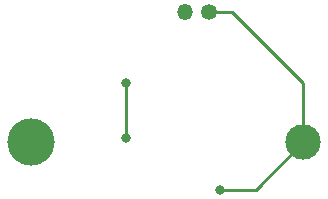
<source format=gbr>
%TF.GenerationSoftware,KiCad,Pcbnew,(5.1.12)-1*%
%TF.CreationDate,2022-04-14T16:35:20-05:00*%
%TF.ProjectId,bone_stim_pulsed_v3,626f6e65-5f73-4746-996d-5f70756c7365,rev?*%
%TF.SameCoordinates,Original*%
%TF.FileFunction,Copper,L2,Bot*%
%TF.FilePolarity,Positive*%
%FSLAX46Y46*%
G04 Gerber Fmt 4.6, Leading zero omitted, Abs format (unit mm)*
G04 Created by KiCad (PCBNEW (5.1.12)-1) date 2022-04-14 16:35:20*
%MOMM*%
%LPD*%
G01*
G04 APERTURE LIST*
%TA.AperFunction,ComponentPad*%
%ADD10C,3.000000*%
%TD*%
%TA.AperFunction,ComponentPad*%
%ADD11C,4.000000*%
%TD*%
%TA.AperFunction,ComponentPad*%
%ADD12C,1.350000*%
%TD*%
%TA.AperFunction,ComponentPad*%
%ADD13O,1.350000X1.350000*%
%TD*%
%TA.AperFunction,ViaPad*%
%ADD14C,0.800000*%
%TD*%
%TA.AperFunction,Conductor*%
%ADD15C,0.250000*%
%TD*%
G04 APERTURE END LIST*
D10*
%TO.P, ,2*%
%TO.N,GND*%
X142990000Y-86000000D03*
D11*
%TO.P, ,1*%
%TO.N,+3V3*%
X120000000Y-86000000D03*
%TD*%
D12*
%TO.P, ,1*%
%TO.N,GND*%
X135000000Y-75000000D03*
D13*
%TO.P, ,2*%
%TO.N,Net-(LM1-Pad2)*%
X133000000Y-75000000D03*
%TD*%
D14*
%TO.N,Net-(AT1-Pad3)*%
X128000000Y-85600000D03*
X128000000Y-81000000D03*
%TO.N,GND*%
X136000000Y-90000000D03*
%TD*%
D15*
%TO.N,Net-(AT1-Pad3)*%
X128000000Y-85600000D02*
X128000000Y-81000000D01*
%TO.N,GND*%
X138990000Y-90000000D02*
X142990000Y-86000000D01*
X136000000Y-90000000D02*
X138990000Y-90000000D01*
X142990000Y-86000000D02*
X142990000Y-80990000D01*
X137000000Y-75000000D02*
X135000000Y-75000000D01*
X142990000Y-80990000D02*
X137000000Y-75000000D01*
%TD*%
M02*

</source>
